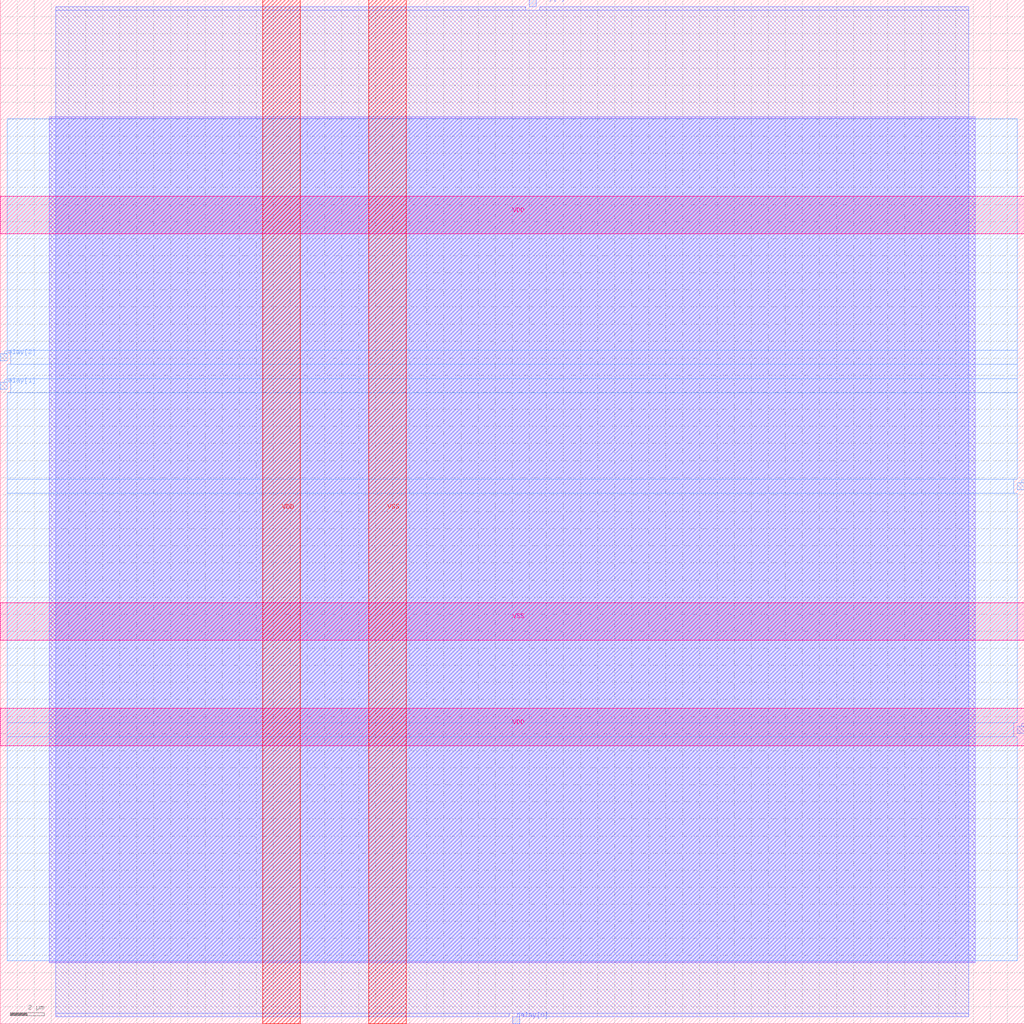
<source format=lef>
VERSION 5.7 ;
  NOWIREEXTENSIONATPIN ON ;
  DIVIDERCHAR "/" ;
  BUSBITCHARS "[]" ;
MACRO delay_line
  CLASS BLOCK ;
  FOREIGN delay_line ;
  ORIGIN 0.000 0.000 ;
  SIZE 60.000 BY 60.000 ;
  PIN VDD
    DIRECTION INOUT ;
    USE POWER ;
    PORT
      LAYER Metal4 ;
        RECT 15.380 0.000 17.580 60.000 ;
    END
    PORT
      LAYER Metal5 ;
        RECT 0.000 16.280 60.000 18.480 ;
    END
    PORT
      LAYER Metal5 ;
        RECT 0.000 46.280 60.000 48.480 ;
    END
  END VDD
  PIN VSS
    DIRECTION INOUT ;
    USE GROUND ;
    PORT
      LAYER Metal4 ;
        RECT 21.580 0.000 23.780 60.000 ;
    END
    PORT
      LAYER Metal5 ;
        RECT 0.000 22.480 60.000 24.680 ;
    END
  END VSS
  PIN clk
    DIRECTION INPUT ;
    USE SIGNAL ;
    ANTENNAGATEAREA 1.450800 ;
    PORT
      LAYER Metal3 ;
        RECT 59.600 17.020 60.000 17.420 ;
    END
  END clk
  PIN clk_delayed
    DIRECTION OUTPUT ;
    USE SIGNAL ;
    ANTENNADIFFAREA 0.708600 ;
    PORT
      LAYER Metal3 ;
        RECT 59.600 31.300 60.000 31.700 ;
    END
  END clk_delayed
  PIN delay[0]
    DIRECTION INPUT ;
    USE SIGNAL ;
    ANTENNAGATEAREA 0.180700 ;
    PORT
      LAYER Metal2 ;
        RECT 30.040 0.000 30.440 0.400 ;
    END
  END delay[0]
  PIN delay[1]
    DIRECTION INPUT ;
    USE SIGNAL ;
    ANTENNAGATEAREA 0.180700 ;
    PORT
      LAYER Metal3 ;
        RECT 0.000 37.180 0.400 37.580 ;
    END
  END delay[1]
  PIN delay[2]
    DIRECTION INPUT ;
    USE SIGNAL ;
    ANTENNAGATEAREA 0.180700 ;
    PORT
      LAYER Metal3 ;
        RECT 0.000 38.860 0.400 39.260 ;
    END
  END delay[2]
  PIN delay[3]
    DIRECTION INPUT ;
    USE SIGNAL ;
    ANTENNAGATEAREA 0.180700 ;
    PORT
      LAYER Metal2 ;
        RECT 31.000 59.600 31.400 60.000 ;
    END
  END delay[3]
  OBS
      LAYER GatPoly ;
        RECT 2.880 3.630 57.120 53.070 ;
      LAYER Metal1 ;
        RECT 2.880 3.560 57.120 53.140 ;
      LAYER Metal2 ;
        RECT 3.255 59.390 30.790 59.600 ;
        RECT 31.610 59.390 56.745 59.600 ;
        RECT 3.255 0.610 56.745 59.390 ;
        RECT 3.255 0.400 29.830 0.610 ;
        RECT 30.650 0.400 56.745 0.610 ;
      LAYER Metal3 ;
        RECT 0.400 39.470 59.600 53.020 ;
        RECT 0.610 38.650 59.600 39.470 ;
        RECT 0.400 37.790 59.600 38.650 ;
        RECT 0.610 36.970 59.600 37.790 ;
        RECT 0.400 31.910 59.600 36.970 ;
        RECT 0.400 31.090 59.390 31.910 ;
        RECT 0.400 17.630 59.600 31.090 ;
        RECT 0.400 16.810 59.390 17.630 ;
        RECT 0.400 3.680 59.600 16.810 ;
  END
END delay_line
END LIBRARY


</source>
